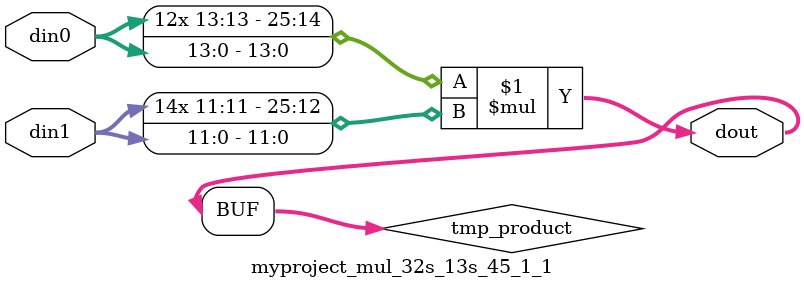
<source format=v>

`timescale 1 ns / 1 ps

  module myproject_mul_32s_13s_45_1_1(din0, din1, dout);
parameter ID = 1;
parameter NUM_STAGE = 0;
parameter din0_WIDTH = 14;
parameter din1_WIDTH = 12;
parameter dout_WIDTH = 26;

input [din0_WIDTH - 1 : 0] din0; 
input [din1_WIDTH - 1 : 0] din1; 
output [dout_WIDTH - 1 : 0] dout;

wire signed [dout_WIDTH - 1 : 0] tmp_product;













assign tmp_product = $signed(din0) * $signed(din1);








assign dout = tmp_product;







endmodule

</source>
